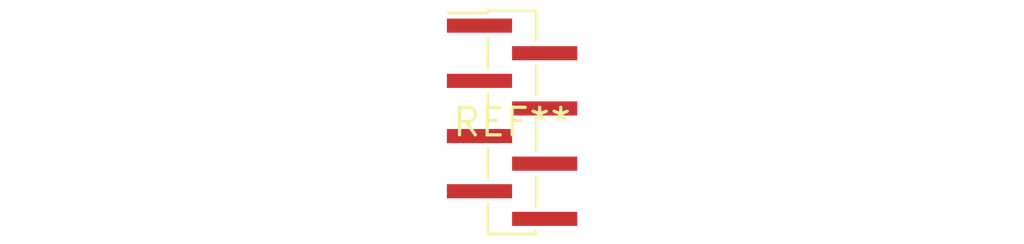
<source format=kicad_pcb>
(kicad_pcb (version 20240108) (generator pcbnew)
  (layers (0 "F.Cu" signal) (31 "B.Cu" signal) (34 "B.Paste" user) (35 "F.Paste" user) (36 "B.SilkS" user "B.Silkscreen") (37 "F.SilkS" user "F.Silkscreen") (38 "B.Mask" user) (39 "F.Mask" user) (44 "Edge.Cuts" user))
  (net 0 "")
  (footprint "PinHeader_1x08_P1.27mm_Vertical_SMD_Pin1Left" (layer "F.Cu") (at 0 0)
    (property "Reference" "REF**")
    (property "Value" "PinHeader_1x08_P1.27mm_Vertical_SMD_Pin1Left")
    (fp_line (start -1.11 -5.14) (end -1.11 -5.03) (layer "F.SilkS") (stroke (width 0.12)))
    (fp_line (start -1.11 -5.14) (end 1.11 -5.14) (layer "F.SilkS") (stroke (width 0.12)))
    (fp_line (start -1.11 -5.03) (end -2.94 -5.03) (layer "F.SilkS") (stroke (width 0.12)))
    (fp_line (start -1.11 -3.86) (end -1.11 -2.49) (layer "F.SilkS") (stroke (width 0.12)))
    (fp_line (start -1.11 -1.32) (end -1.11 0.05) (layer "F.SilkS") (stroke (width 0.12)))
    (fp_line (start -1.11 1.22) (end -1.11 2.59) (layer "F.SilkS") (stroke (width 0.12)))
    (fp_line (start -1.11 3.76) (end -1.11 5.13) (layer "F.SilkS") (stroke (width 0.12)))
    (fp_line (start -1.11 5.14) (end 1.11 5.14) (layer "F.SilkS") (stroke (width 0.12)))
    (fp_line (start 1.11 -5.13) (end 1.11 -3.76) (layer "F.SilkS") (stroke (width 0.12)))
    (fp_line (start 1.11 -2.59) (end 1.11 -1.22) (layer "F.SilkS") (stroke (width 0.12)))
    (fp_line (start 1.11 -0.05) (end 1.11 1.32) (layer "F.SilkS") (stroke (width 0.12)))
    (fp_line (start 1.11 2.49) (end 1.11 3.86) (layer "F.SilkS") (stroke (width 0.12)))
    (fp_line (start 1.11 5.03) (end 1.11 5.14) (layer "F.SilkS") (stroke (width 0.12)))
    (pad "1" smd rect (at -1.5 -4.445) (size 3 0.65) (layers "F.Cu" "F.Paste" "F.Mask"))
    (pad "2" smd rect (at 1.5 -3.175) (size 3 0.65) (layers "F.Cu" "F.Paste" "F.Mask"))
    (pad "3" smd rect (at -1.5 -1.905) (size 3 0.65) (layers "F.Cu" "F.Paste" "F.Mask"))
    (pad "4" smd rect (at 1.5 -0.635) (size 3 0.65) (layers "F.Cu" "F.Paste" "F.Mask"))
    (pad "5" smd rect (at -1.5 0.635) (size 3 0.65) (layers "F.Cu" "F.Paste" "F.Mask"))
    (pad "6" smd rect (at 1.5 1.905) (size 3 0.65) (layers "F.Cu" "F.Paste" "F.Mask"))
    (pad "7" smd rect (at -1.5 3.175) (size 3 0.65) (layers "F.Cu" "F.Paste" "F.Mask"))
    (pad "8" smd rect (at 1.5 4.445) (size 3 0.65) (layers "F.Cu" "F.Paste" "F.Mask"))
  )
)
</source>
